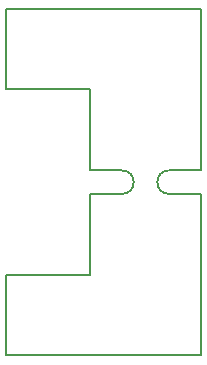
<source format=gbr>
G04 #@! TF.GenerationSoftware,KiCad,Pcbnew,(5.1.6)-1*
G04 #@! TF.CreationDate,2021-04-29T20:15:04-05:00*
G04 #@! TF.ProjectId,BEncoderBoard3(2),42456e63-6f64-4657-9242-6f6172643328,rev?*
G04 #@! TF.SameCoordinates,Original*
G04 #@! TF.FileFunction,Profile,NP*
%FSLAX46Y46*%
G04 Gerber Fmt 4.6, Leading zero omitted, Abs format (unit mm)*
G04 Created by KiCad (PCBNEW (5.1.6)-1) date 2021-04-29 20:15:04*
%MOMM*%
%LPD*%
G01*
G04 APERTURE LIST*
G04 #@! TA.AperFunction,Profile*
%ADD10C,0.150000*%
G04 #@! TD*
G04 APERTURE END LIST*
D10*
X173126400Y-110115600D02*
X175825400Y-110115600D01*
X179825400Y-110115600D02*
X182524400Y-110115600D01*
X166000000Y-103231200D02*
X173126400Y-103231200D01*
X173126400Y-103231200D02*
X173126400Y-110115600D01*
X182524400Y-96450400D02*
X166000000Y-96450400D01*
X182524400Y-110115600D02*
X182524400Y-96450400D01*
X166000000Y-103231200D02*
X166000000Y-96450400D01*
X179825400Y-112115600D02*
G75*
G02*
X179825400Y-110115600I0J1000000D01*
G01*
X175825400Y-110115600D02*
G75*
G02*
X175825400Y-112115600I0J-1000000D01*
G01*
X166000000Y-119000000D02*
X166000000Y-125780800D01*
X173126400Y-119000000D02*
X166000000Y-119000000D01*
X175825400Y-112115600D02*
X173126400Y-112115600D01*
X182524400Y-112115600D02*
X179825400Y-112115600D01*
X182524400Y-125780800D02*
X182524400Y-112115600D01*
X166000000Y-125780800D02*
X182524400Y-125780800D01*
X173126400Y-112115600D02*
X173126400Y-119000000D01*
M02*

</source>
